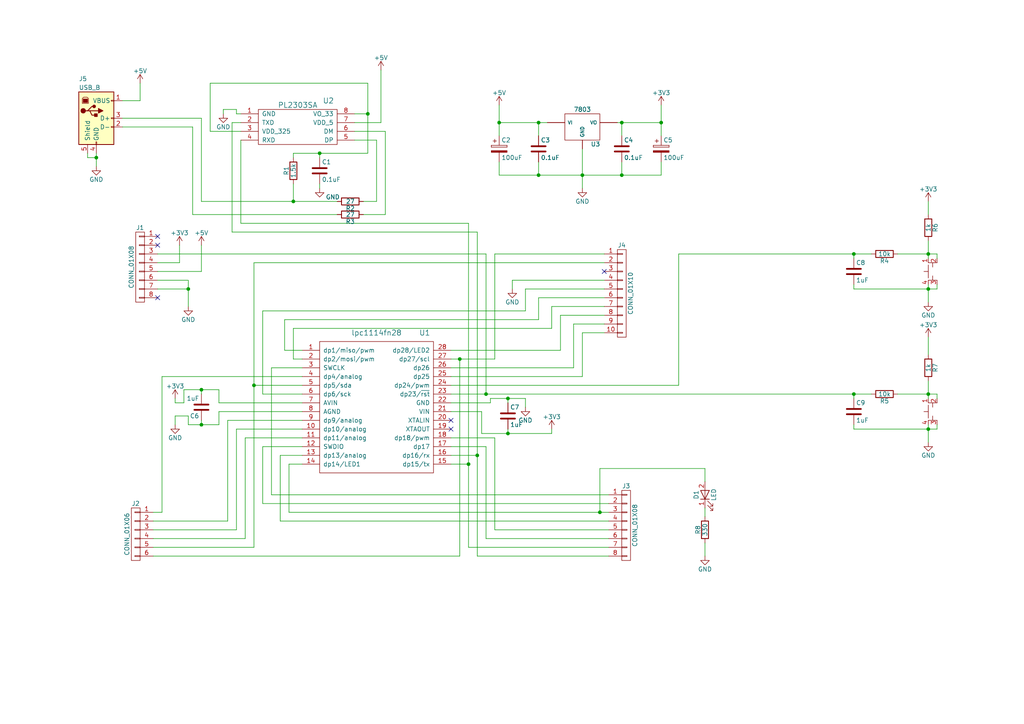
<source format=kicad_sch>
(kicad_sch (version 20230121) (generator eeschema)
  (paper "A4")
  (lib_symbols
    (symbol "lpc1114fn28:lpc1114fn28" (pin_names (offset 1.016))
      (property "Reference" "U" (at 13.97 21.59 0))
      (property "Value" "lpc1114fn28" (at 0 21.59 0))
      (symbol "lpc1114fn28_0_1"
        (rectangle (start -16.51 19.05) (end 16.51 -19.05))
      )
      (symbol "lpc1114fn28_1_1"
        (pin bidirectional line (at -21.59 16.51 0) (length 5.08) (name "dp1/miso/pwm") (number "1"))
        (pin input line (at -21.59 -6.35 0) (length 5.08) (name "dp10/analog") (number "10"))
        (pin input line (at -21.59 -8.89 0) (length 5.08) (name "dp11/analog") (number "11"))
        (pin input line (at -21.59 -11.43 0) (length 5.08) (name "SWDIO") (number "12"))
        (pin input line (at -21.59 -13.97 0) (length 5.08) (name "dp13/analog") (number "13"))
        (pin input line (at -21.59 -16.51 0) (length 5.08) (name "dp14/LED1") (number "14"))
        (pin bidirectional line (at 21.59 -16.51 180) (length 5.08) (name "dp15/tx") (number "15"))
        (pin bidirectional line (at 21.59 -13.97 180) (length 5.08) (name "dp16/rx") (number "16"))
        (pin bidirectional line (at 21.59 -11.43 180) (length 5.08) (name "dp17") (number "17"))
        (pin bidirectional line (at 21.59 -8.89 180) (length 5.08) (name "dp18/pwm") (number "18"))
        (pin bidirectional line (at 21.59 -6.35 180) (length 5.08) (name "XTAOUT") (number "19"))
        (pin input line (at -21.59 13.97 0) (length 5.08) (name "dp2/mosi/pwm") (number "2"))
        (pin bidirectional line (at 21.59 -3.81 180) (length 5.08) (name "XTALIN") (number "20"))
        (pin power_in line (at 21.59 -1.27 180) (length 5.08) (name "VIN") (number "21"))
        (pin power_in line (at 21.59 1.27 180) (length 5.08) (name "GND") (number "22"))
        (pin bidirectional line (at 21.59 3.81 180) (length 5.08) (name "dp23/~{rst}") (number "23"))
        (pin bidirectional line (at 21.59 6.35 180) (length 5.08) (name "dp24/pwm") (number "24"))
        (pin bidirectional line (at 21.59 8.89 180) (length 5.08) (name "dp25") (number "25"))
        (pin bidirectional line (at 21.59 11.43 180) (length 5.08) (name "dp26") (number "26"))
        (pin bidirectional line (at 21.59 13.97 180) (length 5.08) (name "dp27/scl") (number "27"))
        (pin bidirectional line (at 21.59 16.51 180) (length 5.08) (name "dp28/LED2") (number "28"))
        (pin input line (at -21.59 11.43 0) (length 5.08) (name "SWCLK") (number "3"))
        (pin input line (at -21.59 8.89 0) (length 5.08) (name "dp4/analog") (number "4"))
        (pin input line (at -21.59 6.35 0) (length 5.08) (name "dp5/sda") (number "5"))
        (pin input line (at -21.59 3.81 0) (length 5.08) (name "dp6/sck") (number "6"))
        (pin power_in line (at -21.59 1.27 0) (length 5.08) (name "AVIN") (number "7"))
        (pin power_in line (at -21.59 -1.27 0) (length 5.08) (name "AGND") (number "8"))
        (pin input line (at -21.59 -3.81 0) (length 5.08) (name "dp9/analog") (number "9"))
      )
    )
    (symbol "mbed_lpc1114-rescue:+3.3V" (power) (pin_names (offset 0))
      (property "Value" "+3.3V" (at 0 3.556 0))
      (symbol "+3.3V_0_1"
        (polyline (pts (xy -0.762 1.27) (xy 0 2.54)))
        (polyline (pts (xy 0 0) (xy 0 2.54)))
        (polyline (pts (xy 0 2.54) (xy 0.762 1.27)))
      )
      (symbol "+3.3V_1_1"
        (pin power_in line (at 0 0 90) (length 0) hide (name "+3V3") (number "1"))
      )
    )
    (symbol "mbed_lpc1114-rescue:+5V" (power) (pin_names (offset 0))
      (property "Value" "+5V" (at 0 3.556 0))
      (symbol "+5V_0_1"
        (polyline (pts (xy -0.762 1.27) (xy 0 2.54)))
        (polyline (pts (xy 0 0) (xy 0 2.54)))
        (polyline (pts (xy 0 2.54) (xy 0.762 1.27)))
      )
      (symbol "+5V_1_1"
        (pin power_in line (at 0 0 90) (length 0) hide (name "+5V") (number "1"))
      )
    )
    (symbol "mbed_lpc1114-rescue:7805" (pin_numbers hide) (pin_names (offset 0.762))
      (property "Reference" "U" (at 3.81 -4.9784 0))
      (property "Value" "7805" (at 0 5.08 0))
      (symbol "7805_0_1"
        (rectangle (start -5.08 -3.81) (end 5.08 3.81))
      )
      (symbol "7805_1_1"
        (pin input line (at 0 -6.35 90) (length 2.54) (name "GND") (number "GND"))
        (pin input line (at -10.16 1.27 0) (length 5.08) (name "VI") (number "VI"))
        (pin power_out line (at 10.16 1.27 180) (length 5.08) (name "VO") (number "VO"))
      )
    )
    (symbol "mbed_lpc1114-rescue:C" (pin_numbers hide) (pin_names (offset 0.254))
      (property "Reference" "C" (at 0.635 2.54 0))
      (property "Value" "C" (at 0.635 -2.54 0))
      (symbol "C_0_1"
        (polyline (pts (xy -2.032 -0.762) (xy 2.032 -0.762)) (stroke (width 0.508)))
        (polyline (pts (xy -2.032 0.762) (xy 2.032 0.762)) (stroke (width 0.508)))
      )
      (symbol "C_1_1"
        (pin passive line (at 0 3.81 270) (length 2.794) (name "~") (number "1"))
        (pin passive line (at 0 -3.81 90) (length 2.794) (name "~") (number "2"))
      )
    )
    (symbol "mbed_lpc1114-rescue:CONN_01X06" (pin_names (offset 1.016) hide)
      (property "Reference" "J" (at 0 8.89 0))
      (property "Value" "CONN_01X06" (at 2.54 0 90))
      (symbol "CONN_01X06_0_1"
        (rectangle (start -1.27 -6.223) (end 0.254 -6.477))
        (rectangle (start -1.27 -3.683) (end 0.254 -3.937))
        (rectangle (start -1.27 -1.143) (end 0.254 -1.397))
        (rectangle (start -1.27 1.397) (end 0.254 1.143))
        (rectangle (start -1.27 3.937) (end 0.254 3.683))
        (rectangle (start -1.27 6.477) (end 0.254 6.223))
        (rectangle (start -1.27 7.62) (end 1.27 -7.62))
      )
      (symbol "CONN_01X06_1_1"
        (pin passive line (at -5.08 6.35 0) (length 3.81) (name "P1") (number "1"))
        (pin passive line (at -5.08 3.81 0) (length 3.81) (name "P2") (number "2"))
        (pin passive line (at -5.08 1.27 0) (length 3.81) (name "P3") (number "3"))
        (pin passive line (at -5.08 -1.27 0) (length 3.81) (name "P4") (number "4"))
        (pin passive line (at -5.08 -3.81 0) (length 3.81) (name "P5") (number "5"))
        (pin passive line (at -5.08 -6.35 0) (length 3.81) (name "P6") (number "6"))
      )
    )
    (symbol "mbed_lpc1114-rescue:CONN_01X08" (pin_names (offset 1.016) hide)
      (property "Reference" "J" (at 0 11.43 0))
      (property "Value" "CONN_01X08" (at 2.54 0 90))
      (symbol "CONN_01X08_0_1"
        (rectangle (start -1.27 -10.16) (end 1.27 10.16))
        (rectangle (start -1.27 -8.763) (end 0.254 -9.017))
        (rectangle (start -1.27 -6.223) (end 0.254 -6.477))
        (rectangle (start -1.27 -3.683) (end 0.254 -3.937))
        (rectangle (start -1.27 -1.143) (end 0.254 -1.397))
        (rectangle (start -1.27 1.397) (end 0.254 1.143))
        (rectangle (start -1.27 3.937) (end 0.254 3.683))
        (rectangle (start -1.27 6.477) (end 0.254 6.223))
        (rectangle (start -1.27 9.017) (end 0.254 8.763))
      )
      (symbol "CONN_01X08_1_1"
        (pin passive line (at -5.08 8.89 0) (length 3.81) (name "P1") (number "1"))
        (pin passive line (at -5.08 6.35 0) (length 3.81) (name "P2") (number "2"))
        (pin passive line (at -5.08 3.81 0) (length 3.81) (name "P3") (number "3"))
        (pin passive line (at -5.08 1.27 0) (length 3.81) (name "P4") (number "4"))
        (pin passive line (at -5.08 -1.27 0) (length 3.81) (name "P5") (number "5"))
        (pin passive line (at -5.08 -3.81 0) (length 3.81) (name "P6") (number "6"))
        (pin passive line (at -5.08 -6.35 0) (length 3.81) (name "P7") (number "7"))
        (pin passive line (at -5.08 -8.89 0) (length 3.81) (name "P8") (number "8"))
      )
    )
    (symbol "mbed_lpc1114-rescue:CONN_01X10" (pin_names (offset 1.016) hide)
      (property "Reference" "J" (at 0 13.97 0))
      (property "Value" "CONN_01X10" (at 2.54 0 90))
      (symbol "CONN_01X10_0_1"
        (rectangle (start -1.27 -11.303) (end 0.254 -11.557))
        (rectangle (start -1.27 -8.763) (end 0.254 -9.017))
        (rectangle (start -1.27 -6.223) (end 0.254 -6.477))
        (rectangle (start -1.27 -3.683) (end 0.254 -3.937))
        (rectangle (start -1.27 -1.143) (end 0.254 -1.397))
        (rectangle (start -1.27 1.397) (end 0.254 1.143))
        (rectangle (start -1.27 3.937) (end 0.254 3.683))
        (rectangle (start -1.27 6.477) (end 0.254 6.223))
        (rectangle (start -1.27 9.017) (end 0.254 8.763))
        (rectangle (start -1.27 11.557) (end 0.254 11.303))
        (rectangle (start -1.27 12.7) (end 1.27 -12.7))
      )
      (symbol "CONN_01X10_1_1"
        (pin passive line (at -5.08 11.43 0) (length 3.81) (name "P1") (number "1"))
        (pin passive line (at -5.08 -11.43 0) (length 3.81) (name "P10") (number "10"))
        (pin passive line (at -5.08 8.89 0) (length 3.81) (name "P2") (number "2"))
        (pin passive line (at -5.08 6.35 0) (length 3.81) (name "P3") (number "3"))
        (pin passive line (at -5.08 3.81 0) (length 3.81) (name "P4") (number "4"))
        (pin passive line (at -5.08 1.27 0) (length 3.81) (name "P5") (number "5"))
        (pin passive line (at -5.08 -1.27 0) (length 3.81) (name "P6") (number "6"))
        (pin passive line (at -5.08 -3.81 0) (length 3.81) (name "P7") (number "7"))
        (pin passive line (at -5.08 -6.35 0) (length 3.81) (name "P8") (number "8"))
        (pin passive line (at -5.08 -8.89 0) (length 3.81) (name "P9") (number "9"))
      )
    )
    (symbol "mbed_lpc1114-rescue:CP" (pin_numbers hide) (pin_names (offset 0.254))
      (property "Reference" "C" (at 0.635 2.54 0))
      (property "Value" "CP" (at 0.635 -2.54 0))
      (symbol "CP_0_1"
        (rectangle (start -2.286 0.508) (end -2.286 1.016))
        (rectangle (start -2.286 0.508) (end 2.286 0.508))
        (polyline (pts (xy -1.778 2.286) (xy -0.762 2.286)))
        (polyline (pts (xy -1.27 2.794) (xy -1.27 1.778)))
        (rectangle (start 2.286 -0.508) (end -2.286 -1.016) (fill (type outline)))
        (rectangle (start 2.286 1.016) (end -2.286 1.016))
        (rectangle (start 2.286 1.016) (end 2.286 0.508))
      )
      (symbol "CP_1_1"
        (pin passive line (at 0 3.81 270) (length 2.794) (name "~") (number "1"))
        (pin passive line (at 0 -3.81 90) (length 2.794) (name "~") (number "2"))
      )
    )
    (symbol "mbed_lpc1114-rescue:GND" (power) (pin_names (offset 0))
      (property "Value" "GND" (at 0 -3.81 0))
      (symbol "GND_0_1"
        (polyline (pts (xy 0 0) (xy 0 -1.27) (xy 1.27 -1.27) (xy 0 -2.54) (xy -1.27 -1.27) (xy 0 -1.27)))
      )
      (symbol "GND_1_1"
        (pin power_in line (at 0 0 270) (length 0) hide (name "GND") (number "1"))
      )
    )
    (symbol "mbed_lpc1114-rescue:LED" (pin_names (offset 1.016) hide)
      (property "Reference" "D" (at 0 2.54 0))
      (property "Value" "LED" (at 0 -2.54 0))
      (symbol "LED_0_1"
        (polyline (pts (xy -1.27 -1.27) (xy -1.27 1.27)) (stroke (width 0.2032)))
        (polyline (pts (xy -1.27 0) (xy 1.27 0)))
        (polyline (pts (xy 1.27 -1.27) (xy 1.27 1.27) (xy -1.27 0) (xy 1.27 -1.27)) (stroke (width 0.2032)))
        (polyline (pts (xy -3.048 -0.762) (xy -4.572 -2.286) (xy -3.81 -2.286) (xy -4.572 -2.286) (xy -4.572 -1.524)))
        (polyline (pts (xy -1.778 -0.762) (xy -3.302 -2.286) (xy -2.54 -2.286) (xy -3.302 -2.286) (xy -3.302 -1.524)))
      )
      (symbol "LED_1_1"
        (pin passive line (at -3.81 0 0) (length 2.54) (name "K") (number "1"))
        (pin passive line (at 3.81 0 180) (length 2.54) (name "A") (number "2"))
      )
    )
    (symbol "mbed_lpc1114-rescue:R" (pin_numbers hide) (pin_names (offset 0))
      (property "Reference" "R" (at 2.032 0 90))
      (property "Value" "R" (at 0 0 90))
      (symbol "R_0_1"
        (rectangle (start -1.016 -2.54) (end 1.016 2.54) (stroke (width 0.254)))
      )
      (symbol "R_1_1"
        (pin passive line (at 0 3.81 270) (length 1.27) (name "~") (number "1"))
        (pin passive line (at 0 -3.81 90) (length 1.27) (name "~") (number "2"))
      )
    )
    (symbol "mbed_lpc1114-rescue:USB_B" (pin_names (offset 1.016))
      (property "Reference" "J" (at -5.08 11.43 0))
      (property "Value" "USB_B" (at -5.08 8.89 0))
      (symbol "USB_B_0_1"
        (rectangle (start -5.08 -7.62) (end 5.08 7.62) (stroke (width 0.254)) (fill (type background)))
        (circle (center -3.81 2.159) (radius 0.635) (stroke (width 0.254)) (fill (type outline)))
        (rectangle (start -3.81 5.588) (end -2.54 4.572) (fill (type outline)))
        (circle (center -0.635 3.429) (radius 0.381) (stroke (width 0.254)) (fill (type outline)))
        (rectangle (start -0.127 -7.62) (end 0.127 -6.858))
        (polyline (pts (xy -1.905 2.159) (xy 0.635 2.159)) (stroke (width 0.254)))
        (polyline (pts (xy -3.175 2.159) (xy -2.54 2.159) (xy -1.27 3.429) (xy -0.635 3.429)) (stroke (width 0.254)))
        (polyline (pts (xy -2.54 2.159) (xy -1.905 2.159) (xy -1.27 0.889) (xy 0 0.889)) (stroke (width 0.254)))
        (polyline (pts (xy 0.635 2.794) (xy 0.635 1.524) (xy 1.905 2.159) (xy 0.635 2.794)) (stroke (width 0.254)) (fill (type outline)))
        (polyline (pts (xy -4.064 4.318) (xy -2.286 4.318) (xy -2.286 5.715) (xy -2.667 6.096) (xy -3.683 6.096) (xy -4.064 5.715) (xy -4.064 4.318)))
        (rectangle (start 0.254 1.27) (end -0.508 0.508) (stroke (width 0.254)) (fill (type outline)))
        (rectangle (start 5.08 -2.667) (end 4.318 -2.413))
        (rectangle (start 5.08 -0.127) (end 4.318 0.127))
        (rectangle (start 5.08 4.953) (end 4.318 5.207))
      )
      (symbol "USB_B_1_1"
        (pin power_out line (at 7.62 5.08 180) (length 2.54) (name "VBUS") (number "1"))
        (pin passive line (at 7.62 -2.54 180) (length 2.54) (name "D-") (number "2"))
        (pin passive line (at 7.62 0 180) (length 2.54) (name "D+") (number "3"))
        (pin power_out line (at 0 -10.16 90) (length 2.54) (name "GND") (number "4"))
        (pin passive line (at -2.54 -10.16 90) (length 2.54) (name "Shield") (number "5"))
      )
    )
    (symbol "pl2303sa:PL2303SA" (pin_names (offset 1.016))
      (property "Reference" "U" (at 8.89 7.62 0))
      (property "Value" "PL2303SA" (at 0 6.35 0))
      (symbol "PL2303SA_0_1"
        (rectangle (start -11.43 5.08) (end 11.43 -5.08))
      )
      (symbol "PL2303SA_1_1"
        (pin power_in line (at -16.51 3.81 0) (length 5.08) (name "GND") (number "1"))
        (pin output line (at -16.51 1.27 0) (length 5.08) (name "TXD") (number "2"))
        (pin power_in line (at -16.51 -1.27 0) (length 5.08) (name "VDD_325") (number "3"))
        (pin input line (at -16.51 -3.81 0) (length 5.08) (name "RXD") (number "4"))
        (pin bidirectional line (at 16.51 -3.81 180) (length 5.08) (name "DP") (number "5"))
        (pin bidirectional line (at 16.51 -1.27 180) (length 5.08) (name "DM") (number "6"))
        (pin power_in line (at 16.51 1.27 180) (length 5.08) (name "VDD_5") (number "7"))
        (pin power_out line (at 16.51 3.81 180) (length 5.08) (name "VO_33") (number "8"))
      )
    )
    (symbol "switch:PushSwitch" (pin_names (offset 1.016))
      (property "Reference" "U" (at 8.89 -6.35 0))
      (property "Value" "PushSwitch" (at 0 -6.35 0))
      (symbol "PushSwitch_0_1"
        (polyline (pts (xy -2.54 0) (xy -1.27 0)))
        (polyline (pts (xy -2.54 1.27) (xy -2.54 -1.27)))
        (polyline (pts (xy -1.905 1.27) (xy 1.905 1.27)))
        (polyline (pts (xy 0 1.27) (xy 0 2.54)))
        (polyline (pts (xy 2.54 0) (xy 1.27 0)))
        (polyline (pts (xy 2.54 1.27) (xy 2.54 -1.27)))
      )
      (symbol "PushSwitch_1_1"
        (pin input line (at -3.81 1.27 0) (length 1.27) (name "~") (number "1"))
        (pin input line (at -3.81 -1.27 0) (length 1.27) (name "~") (number "2"))
        (pin input line (at 3.81 -1.27 180) (length 1.27) (name "~") (number "3"))
        (pin input line (at 3.81 1.27 180) (length 1.27) (name "~") (number "4"))
      )
    )
  )
  (junction (at 58.42 113.03))
  (junction (at 73.66 111.76))
  (junction (at 58.42 123.19))
  (junction (at 269.24 114.3))
  (junction (at 173.99 148.59))
  (junction (at 140.97 114.3))
  (junction (at 168.91 50.8))
  (junction (at 247.65 114.3))
  (junction (at 269.24 83.82))
  (junction (at 147.32 125.73))
  (junction (at 135.89 134.62))
  (junction (at 180.34 50.8))
  (junction (at 85.09 58.42))
  (junction (at 247.65 73.66))
  (junction (at 133.35 104.14))
  (junction (at 269.24 124.46))
  (junction (at 92.71 44.45))
  (junction (at 180.34 35.56))
  (junction (at 27.94 45.72))
  (junction (at 191.77 35.56))
  (junction (at 156.21 50.8))
  (junction (at 269.24 73.66))
  (junction (at 54.61 83.82))
  (junction (at 144.78 35.56))
  (junction (at 156.21 35.56))
  (junction (at 106.68 33.02))
  (junction (at 147.32 115.57))
  (junction (at 138.43 132.08))
  (no_connect (at 175.26 78.74))
  (no_connect (at 45.72 68.58))
  (no_connect (at 45.72 86.36))
  (no_connect (at 130.81 121.92))
  (no_connect (at 45.72 71.12))
  (no_connect (at 130.81 124.46))
  (wire (pts (xy 44.45 156.21) (xy 71.12 156.21)))
  (wire (pts (xy 58.42 113.03) (xy 53.34 113.03)))
  (wire (pts (xy 109.22 40.64) (xy 109.22 58.42)))
  (wire (pts (xy 87.63 132.08) (xy 81.28 132.08)))
  (wire (pts (xy 168.91 50.8) (xy 168.91 54.61)))
  (wire (pts (xy 133.35 104.14) (xy 143.51 104.14)))
  (wire (pts (xy 73.66 76.2) (xy 175.26 76.2)))
  (wire (pts (xy 152.4 90.17) (xy 76.2 90.17)))
  (wire (pts (xy 191.77 30.48) (xy 191.77 35.56)))
  (wire (pts (xy 168.91 43.18) (xy 168.91 50.8)))
  (wire (pts (xy 102.87 40.64) (xy 109.22 40.64)))
  (wire (pts (xy 133.35 161.29) (xy 133.35 104.14)))
  (wire (pts (xy 147.32 125.73) (xy 160.02 125.73)))
  (wire (pts (xy 64.77 31.75) (xy 64.77 33.02)))
  (wire (pts (xy 67.31 67.31) (xy 138.43 67.31)))
  (wire (pts (xy 69.85 64.77) (xy 135.89 64.77)))
  (wire (pts (xy 143.51 127) (xy 130.81 127)))
  (wire (pts (xy 52.07 76.2) (xy 45.72 76.2)))
  (wire (pts (xy 247.65 73.66) (xy 252.73 73.66)))
  (wire (pts (xy 25.4 45.72) (xy 27.94 45.72)))
  (wire (pts (xy 66.04 151.13) (xy 44.45 151.13)))
  (wire (pts (xy 87.63 134.62) (xy 83.82 134.62)))
  (wire (pts (xy 135.89 158.75) (xy 176.53 158.75)))
  (wire (pts (xy 44.45 161.29) (xy 133.35 161.29)))
  (wire (pts (xy 52.07 71.12) (xy 52.07 76.2)))
  (wire (pts (xy 35.56 36.83) (xy 55.88 36.83)))
  (wire (pts (xy 247.65 83.82) (xy 269.24 83.82)))
  (wire (pts (xy 60.96 38.1) (xy 60.96 24.13)))
  (wire (pts (xy 271.78 124.46) (xy 271.78 123.19)))
  (wire (pts (xy 68.58 124.46) (xy 68.58 153.67)))
  (wire (pts (xy 111.76 38.1) (xy 102.87 38.1)))
  (wire (pts (xy 68.58 31.75) (xy 64.77 31.75)))
  (wire (pts (xy 180.34 35.56) (xy 180.34 39.37)))
  (wire (pts (xy 269.24 97.79) (xy 269.24 102.87)))
  (wire (pts (xy 247.65 123.19) (xy 247.65 124.46)))
  (wire (pts (xy 269.24 73.66) (xy 271.78 73.66)))
  (wire (pts (xy 143.51 153.67) (xy 143.51 127)))
  (wire (pts (xy 78.74 106.68) (xy 78.74 143.51)))
  (wire (pts (xy 269.24 123.19) (xy 269.24 124.46)))
  (wire (pts (xy 83.82 134.62) (xy 83.82 148.59)))
  (wire (pts (xy 204.47 135.89) (xy 204.47 139.7)))
  (wire (pts (xy 156.21 50.8) (xy 168.91 50.8)))
  (wire (pts (xy 140.97 129.54) (xy 140.97 156.21)))
  (wire (pts (xy 162.56 101.6) (xy 130.81 101.6)))
  (wire (pts (xy 58.42 113.03) (xy 58.42 114.3)))
  (wire (pts (xy 130.81 104.14) (xy 133.35 104.14)))
  (wire (pts (xy 53.34 116.84) (xy 53.34 113.03)))
  (wire (pts (xy 180.34 46.99) (xy 180.34 50.8)))
  (wire (pts (xy 156.21 35.56) (xy 158.75 35.56)))
  (wire (pts (xy 92.71 54.61) (xy 92.71 53.34)))
  (wire (pts (xy 73.66 76.2) (xy 73.66 111.76)))
  (wire (pts (xy 180.34 50.8) (xy 191.77 50.8)))
  (wire (pts (xy 142.24 116.84) (xy 142.24 115.57)))
  (wire (pts (xy 81.28 132.08) (xy 81.28 151.13)))
  (wire (pts (xy 135.89 134.62) (xy 130.81 134.62)))
  (wire (pts (xy 27.94 44.45) (xy 27.94 45.72)))
  (wire (pts (xy 271.78 114.3) (xy 271.78 115.57)))
  (wire (pts (xy 247.65 114.3) (xy 252.73 114.3)))
  (wire (pts (xy 196.85 111.76) (xy 196.85 73.66)))
  (wire (pts (xy 58.42 121.92) (xy 58.42 123.19)))
  (wire (pts (xy 144.78 35.56) (xy 144.78 39.37)))
  (wire (pts (xy 135.89 134.62) (xy 135.89 158.75)))
  (wire (pts (xy 180.34 35.56) (xy 191.77 35.56)))
  (wire (pts (xy 54.61 123.19) (xy 54.61 120.65)))
  (wire (pts (xy 105.41 62.23) (xy 111.76 62.23)))
  (wire (pts (xy 54.61 120.65) (xy 50.8 120.65)))
  (wire (pts (xy 25.4 44.45) (xy 25.4 45.72)))
  (wire (pts (xy 85.09 53.34) (xy 85.09 58.42)))
  (wire (pts (xy 175.26 88.9) (xy 160.02 88.9)))
  (wire (pts (xy 40.64 29.21) (xy 40.64 24.13)))
  (wire (pts (xy 269.24 110.49) (xy 269.24 114.3)))
  (wire (pts (xy 152.4 115.57) (xy 152.4 118.11)))
  (wire (pts (xy 156.21 35.56) (xy 156.21 39.37)))
  (wire (pts (xy 269.24 83.82) (xy 271.78 83.82)))
  (wire (pts (xy 144.78 46.99) (xy 144.78 50.8)))
  (wire (pts (xy 247.65 73.66) (xy 247.65 74.93)))
  (wire (pts (xy 269.24 82.55) (xy 269.24 83.82)))
  (wire (pts (xy 106.68 33.02) (xy 106.68 24.13)))
  (wire (pts (xy 130.81 109.22) (xy 168.91 109.22)))
  (wire (pts (xy 135.89 64.77) (xy 135.89 134.62)))
  (wire (pts (xy 63.5 119.38) (xy 63.5 123.19)))
  (wire (pts (xy 175.26 81.28) (xy 148.59 81.28)))
  (wire (pts (xy 54.61 83.82) (xy 54.61 88.9)))
  (wire (pts (xy 87.63 124.46) (xy 68.58 124.46)))
  (wire (pts (xy 87.63 129.54) (xy 76.2 129.54)))
  (wire (pts (xy 168.91 50.8) (xy 180.34 50.8)))
  (wire (pts (xy 247.65 124.46) (xy 269.24 124.46)))
  (wire (pts (xy 67.31 35.56) (xy 67.31 67.31)))
  (wire (pts (xy 92.71 44.45) (xy 92.71 45.72)))
  (wire (pts (xy 147.32 115.57) (xy 152.4 115.57)))
  (wire (pts (xy 54.61 81.28) (xy 54.61 83.82)))
  (wire (pts (xy 69.85 33.02) (xy 68.58 33.02)))
  (wire (pts (xy 35.56 29.21) (xy 40.64 29.21)))
  (wire (pts (xy 204.47 147.32) (xy 204.47 149.86)))
  (wire (pts (xy 140.97 73.66) (xy 140.97 114.3)))
  (wire (pts (xy 76.2 146.05) (xy 176.53 146.05)))
  (wire (pts (xy 130.81 129.54) (xy 140.97 129.54)))
  (wire (pts (xy 111.76 62.23) (xy 111.76 38.1)))
  (wire (pts (xy 71.12 156.21) (xy 71.12 127)))
  (wire (pts (xy 191.77 35.56) (xy 191.77 39.37)))
  (wire (pts (xy 144.78 50.8) (xy 156.21 50.8)))
  (wire (pts (xy 45.72 81.28) (xy 54.61 81.28)))
  (wire (pts (xy 168.91 96.52) (xy 175.26 96.52)))
  (wire (pts (xy 69.85 38.1) (xy 60.96 38.1)))
  (wire (pts (xy 73.66 158.75) (xy 44.45 158.75)))
  (wire (pts (xy 82.55 101.6) (xy 82.55 92.71)))
  (wire (pts (xy 110.49 35.56) (xy 102.87 35.56)))
  (wire (pts (xy 71.12 127) (xy 87.63 127)))
  (wire (pts (xy 260.35 114.3) (xy 269.24 114.3)))
  (wire (pts (xy 139.7 119.38) (xy 139.7 125.73)))
  (wire (pts (xy 78.74 143.51) (xy 176.53 143.51)))
  (wire (pts (xy 27.94 45.72) (xy 27.94 48.26)))
  (wire (pts (xy 85.09 58.42) (xy 97.79 58.42)))
  (wire (pts (xy 55.88 36.83) (xy 55.88 62.23)))
  (wire (pts (xy 87.63 119.38) (xy 63.5 119.38)))
  (wire (pts (xy 269.24 114.3) (xy 271.78 114.3)))
  (wire (pts (xy 271.78 83.82) (xy 271.78 82.55)))
  (wire (pts (xy 140.97 114.3) (xy 247.65 114.3)))
  (wire (pts (xy 87.63 121.92) (xy 66.04 121.92)))
  (wire (pts (xy 143.51 73.66) (xy 175.26 73.66)))
  (wire (pts (xy 110.49 20.32) (xy 110.49 35.56)))
  (wire (pts (xy 63.5 123.19) (xy 58.42 123.19)))
  (wire (pts (xy 35.56 34.29) (xy 58.42 34.29)))
  (wire (pts (xy 58.42 123.19) (xy 54.61 123.19)))
  (wire (pts (xy 92.71 44.45) (xy 106.68 44.45)))
  (wire (pts (xy 269.24 124.46) (xy 271.78 124.46)))
  (wire (pts (xy 73.66 111.76) (xy 73.66 158.75)))
  (wire (pts (xy 160.02 95.25) (xy 85.09 95.25)))
  (wire (pts (xy 175.26 91.44) (xy 162.56 91.44)))
  (wire (pts (xy 87.63 116.84) (xy 63.5 116.84)))
  (wire (pts (xy 87.63 111.76) (xy 73.66 111.76)))
  (wire (pts (xy 168.91 109.22) (xy 168.91 96.52)))
  (wire (pts (xy 130.81 106.68) (xy 166.37 106.68)))
  (wire (pts (xy 142.24 115.57) (xy 147.32 115.57)))
  (wire (pts (xy 76.2 90.17) (xy 76.2 114.3)))
  (wire (pts (xy 247.65 82.55) (xy 247.65 83.82)))
  (wire (pts (xy 173.99 148.59) (xy 173.99 135.89)))
  (wire (pts (xy 50.8 116.84) (xy 53.34 116.84)))
  (wire (pts (xy 166.37 106.68) (xy 166.37 93.98)))
  (wire (pts (xy 191.77 50.8) (xy 191.77 46.99)))
  (wire (pts (xy 85.09 44.45) (xy 85.09 45.72)))
  (wire (pts (xy 139.7 125.73) (xy 147.32 125.73)))
  (wire (pts (xy 46.99 148.59) (xy 44.45 148.59)))
  (wire (pts (xy 143.51 153.67) (xy 176.53 153.67)))
  (wire (pts (xy 83.82 148.59) (xy 173.99 148.59)))
  (wire (pts (xy 269.24 83.82) (xy 269.24 87.63)))
  (wire (pts (xy 269.24 69.85) (xy 269.24 73.66)))
  (wire (pts (xy 58.42 34.29) (xy 58.42 58.42)))
  (wire (pts (xy 50.8 120.65) (xy 50.8 123.19)))
  (wire (pts (xy 179.07 35.56) (xy 180.34 35.56)))
  (wire (pts (xy 54.61 83.82) (xy 45.72 83.82)))
  (wire (pts (xy 147.32 125.73) (xy 147.32 124.46)))
  (wire (pts (xy 45.72 73.66) (xy 140.97 73.66)))
  (wire (pts (xy 85.09 95.25) (xy 85.09 104.14)))
  (wire (pts (xy 55.88 62.23) (xy 97.79 62.23)))
  (wire (pts (xy 138.43 132.08) (xy 138.43 161.29)))
  (wire (pts (xy 130.81 111.76) (xy 196.85 111.76)))
  (wire (pts (xy 87.63 106.68) (xy 78.74 106.68)))
  (wire (pts (xy 160.02 88.9) (xy 160.02 95.25)))
  (wire (pts (xy 58.42 58.42) (xy 85.09 58.42)))
  (wire (pts (xy 144.78 35.56) (xy 156.21 35.56)))
  (wire (pts (xy 130.81 132.08) (xy 138.43 132.08)))
  (wire (pts (xy 130.81 119.38) (xy 139.7 119.38)))
  (wire (pts (xy 130.81 114.3) (xy 140.97 114.3)))
  (wire (pts (xy 76.2 114.3) (xy 87.63 114.3)))
  (wire (pts (xy 68.58 153.67) (xy 44.45 153.67)))
  (wire (pts (xy 81.28 151.13) (xy 176.53 151.13)))
  (wire (pts (xy 87.63 101.6) (xy 82.55 101.6)))
  (wire (pts (xy 152.4 83.82) (xy 152.4 90.17)))
  (wire (pts (xy 247.65 114.3) (xy 247.65 115.57)))
  (wire (pts (xy 143.51 104.14) (xy 143.51 73.66)))
  (wire (pts (xy 87.63 109.22) (xy 46.99 109.22)))
  (wire (pts (xy 269.24 124.46) (xy 269.24 128.27)))
  (wire (pts (xy 160.02 125.73) (xy 160.02 124.46)))
  (wire (pts (xy 269.24 58.42) (xy 269.24 62.23)))
  (wire (pts (xy 138.43 161.29) (xy 176.53 161.29)))
  (wire (pts (xy 162.56 91.44) (xy 162.56 101.6)))
  (wire (pts (xy 269.24 73.66) (xy 269.24 74.93)))
  (wire (pts (xy 106.68 44.45) (xy 106.68 33.02)))
  (wire (pts (xy 58.42 71.12) (xy 58.42 78.74)))
  (wire (pts (xy 85.09 104.14) (xy 87.63 104.14)))
  (wire (pts (xy 175.26 83.82) (xy 152.4 83.82)))
  (wire (pts (xy 130.81 116.84) (xy 142.24 116.84)))
  (wire (pts (xy 204.47 157.48) (xy 204.47 161.29)))
  (wire (pts (xy 69.85 40.64) (xy 69.85 64.77)))
  (wire (pts (xy 140.97 156.21) (xy 176.53 156.21)))
  (wire (pts (xy 196.85 73.66) (xy 247.65 73.66)))
  (wire (pts (xy 173.99 135.89) (xy 204.47 135.89)))
  (wire (pts (xy 82.55 92.71) (xy 156.21 92.71)))
  (wire (pts (xy 58.42 78.74) (xy 45.72 78.74)))
  (wire (pts (xy 260.35 73.66) (xy 269.24 73.66)))
  (wire (pts (xy 144.78 30.48) (xy 144.78 35.56)))
  (wire (pts (xy 173.99 148.59) (xy 176.53 148.59)))
  (wire (pts (xy 147.32 116.84) (xy 147.32 115.57)))
  (wire (pts (xy 106.68 33.02) (xy 102.87 33.02)))
  (wire (pts (xy 69.85 35.56) (xy 67.31 35.56)))
  (wire (pts (xy 156.21 92.71) (xy 156.21 86.36)))
  (wire (pts (xy 60.96 24.13) (xy 106.68 24.13)))
  (wire (pts (xy 63.5 116.84) (xy 63.5 113.03)))
  (wire (pts (xy 138.43 67.31) (xy 138.43 132.08)))
  (wire (pts (xy 50.8 115.57) (xy 50.8 116.84)))
  (wire (pts (xy 76.2 129.54) (xy 76.2 146.05)))
  (wire (pts (xy 63.5 113.03) (xy 58.42 113.03)))
  (wire (pts (xy 156.21 46.99) (xy 156.21 50.8)))
  (wire (pts (xy 46.99 109.22) (xy 46.99 148.59)))
  (wire (pts (xy 68.58 33.02) (xy 68.58 31.75)))
  (wire (pts (xy 156.21 86.36) (xy 175.26 86.36)))
  (wire (pts (xy 66.04 121.92) (xy 66.04 151.13)))
  (wire (pts (xy 85.09 44.45) (xy 92.71 44.45)))
  (wire (pts (xy 148.59 81.28) (xy 148.59 83.82)))
  (wire (pts (xy 166.37 93.98) (xy 175.26 93.98)))
  (wire (pts (xy 109.22 58.42) (xy 105.41 58.42)))
  (wire (pts (xy 269.24 114.3) (xy 269.24 115.57)))
  (wire (pts (xy 271.78 73.66) (xy 271.78 74.93)))
  (symbol (lib_id "mbed_lpc1114-rescue:C") (at 156.21 43.18 0) (unit 1)
    (property "Reference" "C3" (at 156.845 40.64 0) (effects (justify left)))
    (property "Value" "0.1uF" (at 156.845 45.72 0) (effects (justify left)))
    (property "Footprint" "Capacitors_THT:C_Disc_D3.8mm_W2.6mm_P2.50mm" (effects hide))
  )
  (symbol (lib_id "mbed_lpc1114-rescue:C") (at 180.34 43.18 0) (unit 1)
    (property "Reference" "C4" (at 180.975 40.64 0) (effects (justify left)))
    (property "Value" "0.1uF" (at 180.975 45.72 0) (effects (justify left)))
    (property "Footprint" "Capacitors_THT:C_Disc_D3.8mm_W2.6mm_P2.50mm" (effects hide))
  )
  (symbol (lib_id "mbed_lpc1114-rescue:CP") (at 144.78 43.18 0) (unit 1)
    (property "Reference" "C2" (at 145.415 40.64 0) (effects (justify left)))
    (property "Value" "100uF" (at 145.415 45.72 0) (effects (justify left)))
    (property "Footprint" "Capacitors_THT:CP_Radial_D5.0mm_P2.50mm" (effects hide))
  )
  (symbol (lib_id "mbed_lpc1114-rescue:CP") (at 191.77 43.18 0) (unit 1)
    (property "Reference" "C5" (at 192.405 40.64 0) (effects (justify left)))
    (property "Value" "100uF" (at 192.405 45.72 0) (effects (justify left)))
    (property "Footprint" "Capacitors_THT:CP_Radial_D5.0mm_P2.50mm" (effects hide))
  )
  (symbol (lib_id "mbed_lpc1114-rescue:7805") (at 168.91 36.83 0) (unit 1)
    (property "Reference" "U3" (at 172.72 41.8084 0))
    (property "Value" "7803" (at 168.91 31.75 0))
    (property "Footprint" "mylib:7805" (effects hide))
  )
  (symbol (lib_id "mbed_lpc1114-rescue:CONN_01X08") (at 40.64 77.47 0) (mirror y) (unit 1)
    (property "Reference" "J1" (at 40.64 66.04 0))
    (property "Value" "CONN_01X08" (at 38.1 77.47 90))
    (property "Footprint" "Pin_Headers:Pin_Header_Straight_1x08_Pitch2.54mm" (effects hide))
  )
  (symbol (lib_id "mbed_lpc1114-rescue:CONN_01X06") (at 39.37 154.94 0) (mirror y) (unit 1)
    (property "Reference" "J2" (at 39.37 146.05 0))
    (property "Value" "CONN_01X06" (at 36.83 154.94 90))
    (property "Footprint" "Pin_Headers:Pin_Header_Straight_1x06_Pitch2.54mm" (effects hide))
  )
  (symbol (lib_id "mbed_lpc1114-rescue:CONN_01X10") (at 180.34 85.09 0) (unit 1)
    (property "Reference" "J4" (at 180.34 71.12 0))
    (property "Value" "CONN_01X10" (at 182.88 85.09 90))
    (property "Footprint" "Pin_Headers:Pin_Header_Straight_1x10_Pitch2.54mm" (effects hide))
  )
  (symbol (lib_id "mbed_lpc1114-rescue:CONN_01X08") (at 181.61 152.4 0) (unit 1)
    (property "Reference" "J3" (at 181.61 140.97 0))
    (property "Value" "CONN_01X08" (at 184.15 152.4 90))
    (property "Footprint" "Pin_Headers:Pin_Header_Straight_1x08_Pitch2.54mm" (effects hide))
  )
  (symbol (lib_id "mbed_lpc1114-rescue:USB_B") (at 27.94 34.29 0) (unit 1)
    (property "Reference" "J5" (at 22.86 22.86 0) (effects (justify left)))
    (property "Value" "USB_B" (at 22.86 25.4 0) (effects (justify left)))
    (property "Footprint" "Connectors:USB_B" (effects hide))
  )
  (symbol (lib_id "mbed_lpc1114-rescue:R") (at 101.6 58.42 270) (unit 1)
    (property "Reference" "R2" (at 101.6 60.452 90))
    (property "Value" "27" (at 101.6 58.42 90))
    (property "Footprint" "Resistors_THT:R_Axial_DIN0204_L3.6mm_D1.6mm_P5.08mm_Horizontal" (effects hide))
  )
  (symbol (lib_id "mbed_lpc1114-rescue:R") (at 101.6 62.23 270) (unit 1)
    (property "Reference" "R3" (at 101.6 64.262 90))
    (property "Value" "27" (at 101.6 62.23 90))
    (property "Footprint" "Resistors_THT:R_Axial_DIN0204_L3.6mm_D1.6mm_P5.08mm_Horizontal" (effects hide))
  )
  (symbol (lib_id "pl2303sa:PL2303SA") (at 86.36 36.83 0) (unit 1)
    (property "Reference" "U2" (at 95.25 29.21 0) (effects (font (size 1.524 1.524))))
    (property "Value" "PL2303SA" (at 86.36 30.48 0) (effects (font (size 1.524 1.524))))
    (property "Footprint" "Housings_SOIC:SOIC-8_3.9x4.9mm_Pitch1.27mm" (effects hide))
  )
  (symbol (lib_id "mbed_lpc1114-rescue:GND") (at 64.77 33.02 0) (unit 1)
    (property "Reference" "#PWR01" (effects hide))
    (property "Value" "GND" (at 64.77 36.83 0))
  )
  (symbol (lib_id "mbed_lpc1114-rescue:R") (at 85.09 49.53 180) (unit 1)
    (property "Reference" "R1" (at 83.058 49.53 90))
    (property "Value" "1.5k" (at 85.09 49.53 90))
    (property "Footprint" "Resistors_THT:R_Axial_DIN0204_L3.6mm_D1.6mm_P5.08mm_Horizontal" (effects hide))
  )
  (symbol (lib_id "mbed_lpc1114-rescue:C") (at 92.71 49.53 0) (unit 1)
    (property "Reference" "C1" (at 93.345 46.99 0) (effects (justify left)))
    (property "Value" "0.1uF" (at 93.345 52.07 0) (effects (justify left)))
    (property "Footprint" "Capacitors_THT:C_Disc_D3.8mm_W2.6mm_P2.50mm" (effects hide))
  )
  (symbol (lib_id "mbed_lpc1114-rescue:GND") (at 92.71 54.61 0) (unit 1)
    (property "Reference" "#PWR02" (effects hide))
    (property "Value" "GND" (at 96.52 57.15 0))
  )
  (symbol (lib_id "mbed_lpc1114-rescue:+5V") (at 40.64 24.13 0) (unit 1)
    (property "Reference" "#PWR03" (effects hide))
    (property "Value" "+5V" (at 40.64 20.574 0))
  )
  (symbol (lib_id "mbed_lpc1114-rescue:+5V") (at 144.78 30.48 0) (unit 1)
    (property "Reference" "#PWR04" (effects hide))
    (property "Value" "+5V" (at 144.78 26.924 0))
  )
  (symbol (lib_id "mbed_lpc1114-rescue:GND") (at 168.91 54.61 0) (unit 1)
    (property "Reference" "#PWR05" (effects hide))
    (property "Value" "GND" (at 168.91 58.42 0))
  )
  (symbol (lib_id "mbed_lpc1114-rescue:+5V") (at 110.49 20.32 0) (unit 1)
    (property "Reference" "#PWR06" (effects hide))
    (property "Value" "+5V" (at 110.49 16.764 0))
  )
  (symbol (lib_id "mbed_lpc1114-rescue:+3.3V") (at 191.77 30.48 0) (unit 1)
    (property "Reference" "#PWR07" (effects hide))
    (property "Value" "+3.3V" (at 191.77 26.924 0))
  )
  (symbol (lib_id "mbed_lpc1114-rescue:GND") (at 152.4 118.11 0) (unit 1)
    (property "Reference" "#PWR012" (effects hide))
    (property "Value" "GND" (at 152.4 121.92 0))
  )
  (symbol (lib_id "mbed_lpc1114-rescue:C") (at 147.32 120.65 0) (unit 1)
    (property "Reference" "C7" (at 147.955 118.11 0) (effects (justify left)))
    (property "Value" "1uF" (at 147.955 123.19 0) (effects (justify left)))
    (property "Footprint" "Capacitors_THT:C_Disc_D3.8mm_W2.6mm_P2.50mm" (effects hide))
  )
  (symbol (lib_id "switch:PushSwitch") (at 270.51 78.74 90) (mirror x) (unit 1)
    (property "Reference" "U4" (effects hide))
    (property "Value" "PushSwitch" (effects hide))
    (property "Footprint" "Buttons_Switches_THT:SW_TH_Tactile_Omron_B3F-10xx" (effects hide))
  )
  (symbol (lib_id "mbed_lpc1114-rescue:GND") (at 50.8 123.19 0) (unit 1)
    (property "Reference" "#PWR013" (effects hide))
    (property "Value" "GND" (at 50.8 127 0))
  )
  (symbol (lib_id "mbed_lpc1114-rescue:C") (at 58.42 118.11 180) (unit 1)
    (property "Reference" "C6" (at 57.785 120.65 0) (effects (justify left)))
    (property "Value" "1uF" (at 57.785 115.57 0) (effects (justify left)))
    (property "Footprint" "Capacitors_THT:C_Disc_D3.8mm_W2.6mm_P2.50mm" (effects hide))
  )
  (symbol (lib_id "mbed_lpc1114-rescue:+3.3V") (at 50.8 115.57 0) (unit 1)
    (property "Reference" "#PWR014" (effects hide))
    (property "Value" "+3.3V" (at 50.8 112.014 0))
  )
  (symbol (lib_id "mbed_lpc1114-rescue:R") (at 269.24 66.04 0) (unit 1)
    (property "Reference" "R6" (at 271.272 66.04 90))
    (property "Value" "1k" (at 269.24 66.04 90))
    (property "Footprint" "Resistors_THT:R_Axial_DIN0204_L3.6mm_D1.6mm_P5.08mm_Horizontal" (effects hide))
  )
  (symbol (lib_id "mbed_lpc1114-rescue:+3.3V") (at 52.07 71.12 0) (unit 1)
    (property "Reference" "#PWR015" (effects hide))
    (property "Value" "+3.3V" (at 52.07 67.564 0))
  )
  (symbol (lib_id "mbed_lpc1114-rescue:R") (at 256.54 73.66 270) (unit 1)
    (property "Reference" "R4" (at 256.54 75.692 90))
    (property "Value" "10k" (at 256.54 73.66 90))
    (property "Footprint" "Resistors_THT:R_Axial_DIN0204_L3.6mm_D1.6mm_P5.08mm_Horizontal" (effects hide))
  )
  (symbol (lib_id "mbed_lpc1114-rescue:+5V") (at 58.42 71.12 0) (unit 1)
    (property "Reference" "#PWR016" (effects hide))
    (property "Value" "+5V" (at 58.42 67.564 0))
  )
  (symbol (lib_id "mbed_lpc1114-rescue:GND") (at 54.61 88.9 0) (unit 1)
    (property "Reference" "#PWR017" (effects hide))
    (property "Value" "GND" (at 54.61 92.71 0))
  )
  (symbol (lib_id "mbed_lpc1114-rescue:GND") (at 269.24 87.63 0) (unit 1)
    (property "Reference" "#PWR08" (effects hide))
    (property "Value" "GND" (at 269.24 91.44 0))
  )
  (symbol (lib_id "lpc1114fn28:lpc1114fn28") (at 109.22 118.11 0) (unit 1)
    (property "Reference" "U1" (at 123.19 96.52 0) (effects (font (size 1.524 1.524))))
    (property "Value" "lpc1114fn28" (at 109.22 96.52 0) (effects (font (size 1.524 1.524))))
    (property "Footprint" "Housings_DIP:DIP-28_W15.24mm_LongPads" (effects hide))
  )
  (symbol (lib_id "mbed_lpc1114-rescue:+3.3V") (at 269.24 58.42 0) (unit 1)
    (property "Reference" "#PWR09" (effects hide))
    (property "Value" "+3.3V" (at 269.24 54.864 0))
  )
  (symbol (lib_id "mbed_lpc1114-rescue:C") (at 247.65 78.74 0) (unit 1)
    (property "Reference" "C8" (at 248.285 76.2 0) (effects (justify left)))
    (property "Value" "1uF" (at 248.285 81.28 0) (effects (justify left)))
    (property "Footprint" "Capacitors_THT:C_Disc_D3.8mm_W2.6mm_P2.50mm" (effects hide))
  )
  (symbol (lib_id "switch:PushSwitch") (at 270.51 119.38 90) (mirror x) (unit 1)
    (property "Reference" "U5" (effects hide))
    (property "Value" "PushSwitch" (effects hide))
    (property "Footprint" "Buttons_Switches_THT:SW_TH_Tactile_Omron_B3F-10xx" (effects hide))
  )
  (symbol (lib_id "mbed_lpc1114-rescue:R") (at 269.24 106.68 0) (unit 1)
    (property "Reference" "R7" (at 271.272 106.68 90))
    (property "Value" "1k" (at 269.24 106.68 90))
    (property "Footprint" "Resistors_THT:R_Axial_DIN0204_L3.6mm_D1.6mm_P5.08mm_Horizontal" (effects hide))
  )
  (symbol (lib_id "mbed_lpc1114-rescue:R") (at 256.54 114.3 270) (unit 1)
    (property "Reference" "R5" (at 256.54 116.332 90))
    (property "Value" "10k" (at 256.54 114.3 90))
    (property "Footprint" "Resistors_THT:R_Axial_DIN0204_L3.6mm_D1.6mm_P5.08mm_Horizontal" (effects hide))
  )
  (symbol (lib_id "mbed_lpc1114-rescue:GND") (at 269.24 128.27 0) (unit 1)
    (property "Reference" "#PWR010" (effects hide))
    (property "Value" "GND" (at 269.24 132.08 0))
  )
  (symbol (lib_id "mbed_lpc1114-rescue:+3.3V") (at 269.24 97.79 0) (unit 1)
    (property "Reference" "#PWR011" (effects hide))
    (property "Value" "+3.3V" (at 269.24 94.234 0))
  )
  (symbol (lib_id "mbed_lpc1114-rescue:C") (at 247.65 119.38 0) (unit 1)
    (property "Reference" "C9" (at 248.285 116.84 0) (effects (justify left)))
    (property "Value" "1uF" (at 248.285 121.92 0) (effects (justify left)))
    (property "Footprint" "Capacitors_THT:C_Disc_D3.8mm_W2.6mm_P2.50mm" (effects hide))
  )
  (symbol (lib_id "mbed_lpc1114-rescue:GND") (at 148.59 83.82 0) (unit 1)
    (property "Reference" "#PWR018" (effects hide))
    (property "Value" "GND" (at 148.59 87.63 0))
  )
  (symbol (lib_id "mbed_lpc1114-rescue:GND") (at 27.94 48.26 0) (unit 1)
    (property "Reference" "#PWR019" (effects hide))
    (property "Value" "GND" (at 27.94 52.07 0))
  )
  (symbol (lib_id "mbed_lpc1114-rescue:LED") (at 204.47 143.51 90) (unit 1)
    (property "Reference" "D1" (at 201.93 143.51 0))
    (property "Value" "LED" (at 207.01 143.51 0))
    (property "Footprint" "LEDs:LED_D3.0mm" (effects hide))
  )
  (symbol (lib_id "mbed_lpc1114-rescue:R") (at 204.47 153.67 180) (unit 1)
    (property "Reference" "R8" (at 202.438 153.67 90))
    (property "Value" "330" (at 204.47 153.67 90))
    (property "Footprint" "Resistors_THT:R_Axial_DIN0207_L6.3mm_D2.5mm_P10.16mm_Horizontal" (effects hide))
  )
  (symbol (lib_id "mbed_lpc1114-rescue:GND") (at 204.47 161.29 0) (unit 1)
    (property "Reference" "#PWR020" (effects hide))
    (property "Value" "GND" (at 204.47 165.1 0))
  )
  (symbol (lib_id "mbed_lpc1114-rescue:+3.3V") (at 160.02 124.46 0) (unit 1)
    (property "Reference" "#PWR021" (effects hide))
    (property "Value" "+3.3V" (at 160.02 120.904 0))
  )
)
</source>
